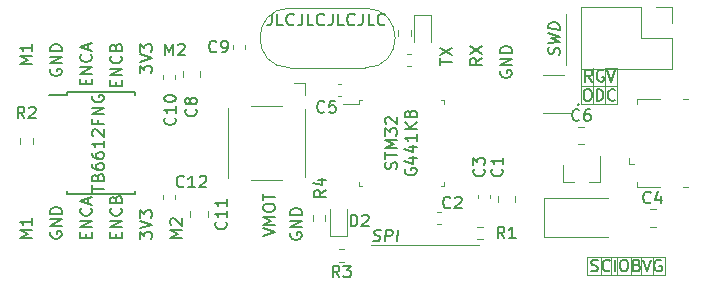
<source format=gbr>
%TF.GenerationSoftware,KiCad,Pcbnew,(5.1.9)-1*%
%TF.CreationDate,2021-05-16T17:52:49+02:00*%
%TF.ProjectId,SojournerST,536f6a6f-7572-46e6-9572-53542e6b6963,rev?*%
%TF.SameCoordinates,Original*%
%TF.FileFunction,Legend,Top*%
%TF.FilePolarity,Positive*%
%FSLAX46Y46*%
G04 Gerber Fmt 4.6, Leading zero omitted, Abs format (unit mm)*
G04 Created by KiCad (PCBNEW (5.1.9)-1) date 2021-05-16 17:52:49*
%MOMM*%
%LPD*%
G01*
G04 APERTURE LIST*
%ADD10C,0.150000*%
%ADD11C,0.120000*%
G04 APERTURE END LIST*
D10*
X145796000Y-69064142D02*
X145843619Y-69111761D01*
X145796000Y-69159380D01*
X145748380Y-69111761D01*
X145796000Y-69064142D01*
X145796000Y-69159380D01*
D11*
X152146000Y-82042000D02*
X152146000Y-83566000D01*
X151130000Y-82042000D02*
X151130000Y-83566000D01*
X150241000Y-82042000D02*
X150241000Y-83566000D01*
X149098000Y-82042000D02*
X149098000Y-83566000D01*
X148590000Y-82042000D02*
X148590000Y-83566000D01*
X147701000Y-82042000D02*
X147701000Y-83566000D01*
X146558000Y-82042000D02*
X146558000Y-83566000D01*
X153162000Y-82042000D02*
X146558000Y-82042000D01*
X153162000Y-83566000D02*
X153162000Y-82042000D01*
X146558000Y-83566000D02*
X153162000Y-83566000D01*
D10*
X146883809Y-83208761D02*
X147026666Y-83256380D01*
X147264761Y-83256380D01*
X147360000Y-83208761D01*
X147407619Y-83161142D01*
X147455238Y-83065904D01*
X147455238Y-82970666D01*
X147407619Y-82875428D01*
X147360000Y-82827809D01*
X147264761Y-82780190D01*
X147074285Y-82732571D01*
X146979047Y-82684952D01*
X146931428Y-82637333D01*
X146883809Y-82542095D01*
X146883809Y-82446857D01*
X146931428Y-82351619D01*
X146979047Y-82304000D01*
X147074285Y-82256380D01*
X147312380Y-82256380D01*
X147455238Y-82304000D01*
X148455238Y-83161142D02*
X148407619Y-83208761D01*
X148264761Y-83256380D01*
X148169523Y-83256380D01*
X148026666Y-83208761D01*
X147931428Y-83113523D01*
X147883809Y-83018285D01*
X147836190Y-82827809D01*
X147836190Y-82684952D01*
X147883809Y-82494476D01*
X147931428Y-82399238D01*
X148026666Y-82304000D01*
X148169523Y-82256380D01*
X148264761Y-82256380D01*
X148407619Y-82304000D01*
X148455238Y-82351619D01*
X148883809Y-83256380D02*
X148883809Y-82256380D01*
X149550476Y-82256380D02*
X149740952Y-82256380D01*
X149836190Y-82304000D01*
X149931428Y-82399238D01*
X149979047Y-82589714D01*
X149979047Y-82923047D01*
X149931428Y-83113523D01*
X149836190Y-83208761D01*
X149740952Y-83256380D01*
X149550476Y-83256380D01*
X149455238Y-83208761D01*
X149360000Y-83113523D01*
X149312380Y-82923047D01*
X149312380Y-82589714D01*
X149360000Y-82399238D01*
X149455238Y-82304000D01*
X149550476Y-82256380D01*
X150740952Y-82732571D02*
X150883809Y-82780190D01*
X150931428Y-82827809D01*
X150979047Y-82923047D01*
X150979047Y-83065904D01*
X150931428Y-83161142D01*
X150883809Y-83208761D01*
X150788571Y-83256380D01*
X150407619Y-83256380D01*
X150407619Y-82256380D01*
X150740952Y-82256380D01*
X150836190Y-82304000D01*
X150883809Y-82351619D01*
X150931428Y-82446857D01*
X150931428Y-82542095D01*
X150883809Y-82637333D01*
X150836190Y-82684952D01*
X150740952Y-82732571D01*
X150407619Y-82732571D01*
X151264761Y-82256380D02*
X151598095Y-83256380D01*
X151931428Y-82256380D01*
X152788571Y-82304000D02*
X152693333Y-82256380D01*
X152550476Y-82256380D01*
X152407619Y-82304000D01*
X152312380Y-82399238D01*
X152264761Y-82494476D01*
X152217142Y-82684952D01*
X152217142Y-82827809D01*
X152264761Y-83018285D01*
X152312380Y-83113523D01*
X152407619Y-83208761D01*
X152550476Y-83256380D01*
X152645714Y-83256380D01*
X152788571Y-83208761D01*
X152836190Y-83161142D01*
X152836190Y-82827809D01*
X152645714Y-82827809D01*
D11*
X146050000Y-67564000D02*
X149098000Y-67564000D01*
X147066000Y-66040000D02*
X147066000Y-69088000D01*
X148082000Y-66040000D02*
X148082000Y-69088000D01*
X149098000Y-66040000D02*
X148082000Y-66040000D01*
X149098000Y-69088000D02*
X149098000Y-66040000D01*
X146050000Y-69088000D02*
X149098000Y-69088000D01*
X145990000Y-66100000D02*
X146050000Y-69088000D01*
D10*
X146954952Y-67191380D02*
X146621619Y-66715190D01*
X146383523Y-67191380D02*
X146383523Y-66191380D01*
X146764476Y-66191380D01*
X146859714Y-66239000D01*
X146907333Y-66286619D01*
X146954952Y-66381857D01*
X146954952Y-66524714D01*
X146907333Y-66619952D01*
X146859714Y-66667571D01*
X146764476Y-66715190D01*
X146383523Y-66715190D01*
X147907333Y-66239000D02*
X147812095Y-66191380D01*
X147669238Y-66191380D01*
X147526380Y-66239000D01*
X147431142Y-66334238D01*
X147383523Y-66429476D01*
X147335904Y-66619952D01*
X147335904Y-66762809D01*
X147383523Y-66953285D01*
X147431142Y-67048523D01*
X147526380Y-67143761D01*
X147669238Y-67191380D01*
X147764476Y-67191380D01*
X147907333Y-67143761D01*
X147954952Y-67096142D01*
X147954952Y-66762809D01*
X147764476Y-66762809D01*
X148240666Y-66191380D02*
X148574000Y-67191380D01*
X148907333Y-66191380D01*
X146478761Y-67841380D02*
X146669238Y-67841380D01*
X146764476Y-67889000D01*
X146859714Y-67984238D01*
X146907333Y-68174714D01*
X146907333Y-68508047D01*
X146859714Y-68698523D01*
X146764476Y-68793761D01*
X146669238Y-68841380D01*
X146478761Y-68841380D01*
X146383523Y-68793761D01*
X146288285Y-68698523D01*
X146240666Y-68508047D01*
X146240666Y-68174714D01*
X146288285Y-67984238D01*
X146383523Y-67889000D01*
X146478761Y-67841380D01*
X147335904Y-68841380D02*
X147335904Y-67841380D01*
X147574000Y-67841380D01*
X147716857Y-67889000D01*
X147812095Y-67984238D01*
X147859714Y-68079476D01*
X147907333Y-68269952D01*
X147907333Y-68412809D01*
X147859714Y-68603285D01*
X147812095Y-68698523D01*
X147716857Y-68793761D01*
X147574000Y-68841380D01*
X147335904Y-68841380D01*
X148907333Y-68746142D02*
X148859714Y-68793761D01*
X148716857Y-68841380D01*
X148621619Y-68841380D01*
X148478761Y-68793761D01*
X148383523Y-68698523D01*
X148335904Y-68603285D01*
X148288285Y-68412809D01*
X148288285Y-68269952D01*
X148335904Y-68079476D01*
X148383523Y-67984238D01*
X148478761Y-67889000D01*
X148621619Y-67841380D01*
X148716857Y-67841380D01*
X148859714Y-67889000D01*
X148907333Y-67936619D01*
X139200000Y-66293904D02*
X139152380Y-66389142D01*
X139152380Y-66532000D01*
X139200000Y-66674857D01*
X139295238Y-66770095D01*
X139390476Y-66817714D01*
X139580952Y-66865333D01*
X139723809Y-66865333D01*
X139914285Y-66817714D01*
X140009523Y-66770095D01*
X140104761Y-66674857D01*
X140152380Y-66532000D01*
X140152380Y-66436761D01*
X140104761Y-66293904D01*
X140057142Y-66246285D01*
X139723809Y-66246285D01*
X139723809Y-66436761D01*
X140152380Y-65817714D02*
X139152380Y-65817714D01*
X140152380Y-65246285D01*
X139152380Y-65246285D01*
X140152380Y-64770095D02*
X139152380Y-64770095D01*
X139152380Y-64532000D01*
X139200000Y-64389142D01*
X139295238Y-64293904D01*
X139390476Y-64246285D01*
X139580952Y-64198666D01*
X139723809Y-64198666D01*
X139914285Y-64246285D01*
X140009523Y-64293904D01*
X140104761Y-64389142D01*
X140152380Y-64532000D01*
X140152380Y-64770095D01*
X128422157Y-80668761D02*
X128559062Y-80716380D01*
X128797157Y-80716380D01*
X128898348Y-80668761D01*
X128951919Y-80621142D01*
X129011443Y-80525904D01*
X129023348Y-80430666D01*
X128987633Y-80335428D01*
X128945967Y-80287809D01*
X128856681Y-80240190D01*
X128672157Y-80192571D01*
X128582872Y-80144952D01*
X128541205Y-80097333D01*
X128505491Y-80002095D01*
X128517395Y-79906857D01*
X128576919Y-79811619D01*
X128630491Y-79764000D01*
X128731681Y-79716380D01*
X128969776Y-79716380D01*
X129106681Y-79764000D01*
X129416205Y-80716380D02*
X129541205Y-79716380D01*
X129922157Y-79716380D01*
X130011443Y-79764000D01*
X130053110Y-79811619D01*
X130088824Y-79906857D01*
X130070967Y-80049714D01*
X130011443Y-80144952D01*
X129957872Y-80192571D01*
X129856681Y-80240190D01*
X129475729Y-80240190D01*
X130416205Y-80716380D02*
X130541205Y-79716380D01*
D11*
X137414000Y-81026000D02*
X128270000Y-81026000D01*
X144780000Y-61468000D02*
X144780000Y-65786000D01*
D10*
X144168761Y-64951175D02*
X144216380Y-64814270D01*
X144216380Y-64576175D01*
X144168761Y-64474985D01*
X144121142Y-64421413D01*
X144025904Y-64361889D01*
X143930666Y-64349985D01*
X143835428Y-64385699D01*
X143787809Y-64427366D01*
X143740190Y-64516651D01*
X143692571Y-64701175D01*
X143644952Y-64790461D01*
X143597333Y-64832127D01*
X143502095Y-64867842D01*
X143406857Y-64855937D01*
X143311619Y-64796413D01*
X143264000Y-64742842D01*
X143216380Y-64641651D01*
X143216380Y-64403556D01*
X143264000Y-64266651D01*
X143216380Y-63927366D02*
X144216380Y-63814270D01*
X143502095Y-63534508D01*
X144216380Y-63433318D01*
X143216380Y-63070223D01*
X144216380Y-62814270D02*
X143216380Y-62689270D01*
X143216380Y-62451175D01*
X143264000Y-62314270D01*
X143359238Y-62230937D01*
X143454476Y-62195223D01*
X143644952Y-62171413D01*
X143787809Y-62189270D01*
X143978285Y-62260699D01*
X144073523Y-62320223D01*
X144168761Y-62427366D01*
X144216380Y-62576175D01*
X144216380Y-62814270D01*
X130389761Y-74580476D02*
X130437380Y-74437619D01*
X130437380Y-74199523D01*
X130389761Y-74104285D01*
X130342142Y-74056666D01*
X130246904Y-74009047D01*
X130151666Y-74009047D01*
X130056428Y-74056666D01*
X130008809Y-74104285D01*
X129961190Y-74199523D01*
X129913571Y-74390000D01*
X129865952Y-74485238D01*
X129818333Y-74532857D01*
X129723095Y-74580476D01*
X129627857Y-74580476D01*
X129532619Y-74532857D01*
X129485000Y-74485238D01*
X129437380Y-74390000D01*
X129437380Y-74151904D01*
X129485000Y-74009047D01*
X129437380Y-73723333D02*
X129437380Y-73151904D01*
X130437380Y-73437619D02*
X129437380Y-73437619D01*
X130437380Y-72818571D02*
X129437380Y-72818571D01*
X130151666Y-72485238D01*
X129437380Y-72151904D01*
X130437380Y-72151904D01*
X129437380Y-71770952D02*
X129437380Y-71151904D01*
X129818333Y-71485238D01*
X129818333Y-71342380D01*
X129865952Y-71247142D01*
X129913571Y-71199523D01*
X130008809Y-71151904D01*
X130246904Y-71151904D01*
X130342142Y-71199523D01*
X130389761Y-71247142D01*
X130437380Y-71342380D01*
X130437380Y-71628095D01*
X130389761Y-71723333D01*
X130342142Y-71770952D01*
X129532619Y-70770952D02*
X129485000Y-70723333D01*
X129437380Y-70628095D01*
X129437380Y-70390000D01*
X129485000Y-70294761D01*
X129532619Y-70247142D01*
X129627857Y-70199523D01*
X129723095Y-70199523D01*
X129865952Y-70247142D01*
X130437380Y-70818571D01*
X130437380Y-70199523D01*
X131135000Y-74556666D02*
X131087380Y-74651904D01*
X131087380Y-74794761D01*
X131135000Y-74937619D01*
X131230238Y-75032857D01*
X131325476Y-75080476D01*
X131515952Y-75128095D01*
X131658809Y-75128095D01*
X131849285Y-75080476D01*
X131944523Y-75032857D01*
X132039761Y-74937619D01*
X132087380Y-74794761D01*
X132087380Y-74699523D01*
X132039761Y-74556666D01*
X131992142Y-74509047D01*
X131658809Y-74509047D01*
X131658809Y-74699523D01*
X131420714Y-73651904D02*
X132087380Y-73651904D01*
X131039761Y-73890000D02*
X131754047Y-74128095D01*
X131754047Y-73509047D01*
X131420714Y-72699523D02*
X132087380Y-72699523D01*
X131039761Y-72937619D02*
X131754047Y-73175714D01*
X131754047Y-72556666D01*
X132087380Y-71651904D02*
X132087380Y-72223333D01*
X132087380Y-71937619D02*
X131087380Y-71937619D01*
X131230238Y-72032857D01*
X131325476Y-72128095D01*
X131373095Y-72223333D01*
X132087380Y-71223333D02*
X131087380Y-71223333D01*
X132087380Y-70651904D02*
X131515952Y-71080476D01*
X131087380Y-70651904D02*
X131658809Y-71223333D01*
X131563571Y-69890000D02*
X131611190Y-69747142D01*
X131658809Y-69699523D01*
X131754047Y-69651904D01*
X131896904Y-69651904D01*
X131992142Y-69699523D01*
X132039761Y-69747142D01*
X132087380Y-69842380D01*
X132087380Y-70223333D01*
X131087380Y-70223333D01*
X131087380Y-69890000D01*
X131135000Y-69794761D01*
X131182619Y-69747142D01*
X131277857Y-69699523D01*
X131373095Y-69699523D01*
X131468333Y-69747142D01*
X131515952Y-69794761D01*
X131563571Y-69890000D01*
X131563571Y-70223333D01*
X104608380Y-76532857D02*
X104608380Y-75961428D01*
X105608380Y-76247142D02*
X104608380Y-76247142D01*
X105084571Y-75294761D02*
X105132190Y-75151904D01*
X105179809Y-75104285D01*
X105275047Y-75056666D01*
X105417904Y-75056666D01*
X105513142Y-75104285D01*
X105560761Y-75151904D01*
X105608380Y-75247142D01*
X105608380Y-75628095D01*
X104608380Y-75628095D01*
X104608380Y-75294761D01*
X104656000Y-75199523D01*
X104703619Y-75151904D01*
X104798857Y-75104285D01*
X104894095Y-75104285D01*
X104989333Y-75151904D01*
X105036952Y-75199523D01*
X105084571Y-75294761D01*
X105084571Y-75628095D01*
X104608380Y-74199523D02*
X104608380Y-74390000D01*
X104656000Y-74485238D01*
X104703619Y-74532857D01*
X104846476Y-74628095D01*
X105036952Y-74675714D01*
X105417904Y-74675714D01*
X105513142Y-74628095D01*
X105560761Y-74580476D01*
X105608380Y-74485238D01*
X105608380Y-74294761D01*
X105560761Y-74199523D01*
X105513142Y-74151904D01*
X105417904Y-74104285D01*
X105179809Y-74104285D01*
X105084571Y-74151904D01*
X105036952Y-74199523D01*
X104989333Y-74294761D01*
X104989333Y-74485238D01*
X105036952Y-74580476D01*
X105084571Y-74628095D01*
X105179809Y-74675714D01*
X104608380Y-73247142D02*
X104608380Y-73437619D01*
X104656000Y-73532857D01*
X104703619Y-73580476D01*
X104846476Y-73675714D01*
X105036952Y-73723333D01*
X105417904Y-73723333D01*
X105513142Y-73675714D01*
X105560761Y-73628095D01*
X105608380Y-73532857D01*
X105608380Y-73342380D01*
X105560761Y-73247142D01*
X105513142Y-73199523D01*
X105417904Y-73151904D01*
X105179809Y-73151904D01*
X105084571Y-73199523D01*
X105036952Y-73247142D01*
X104989333Y-73342380D01*
X104989333Y-73532857D01*
X105036952Y-73628095D01*
X105084571Y-73675714D01*
X105179809Y-73723333D01*
X105608380Y-72199523D02*
X105608380Y-72770952D01*
X105608380Y-72485238D02*
X104608380Y-72485238D01*
X104751238Y-72580476D01*
X104846476Y-72675714D01*
X104894095Y-72770952D01*
X104703619Y-71818571D02*
X104656000Y-71770952D01*
X104608380Y-71675714D01*
X104608380Y-71437619D01*
X104656000Y-71342380D01*
X104703619Y-71294761D01*
X104798857Y-71247142D01*
X104894095Y-71247142D01*
X105036952Y-71294761D01*
X105608380Y-71866190D01*
X105608380Y-71247142D01*
X105084571Y-70485238D02*
X105084571Y-70818571D01*
X105608380Y-70818571D02*
X104608380Y-70818571D01*
X104608380Y-70342380D01*
X105608380Y-69961428D02*
X104608380Y-69961428D01*
X105608380Y-69390000D01*
X104608380Y-69390000D01*
X104656000Y-68390000D02*
X104608380Y-68485238D01*
X104608380Y-68628095D01*
X104656000Y-68770952D01*
X104751238Y-68866190D01*
X104846476Y-68913809D01*
X105036952Y-68961428D01*
X105179809Y-68961428D01*
X105370285Y-68913809D01*
X105465523Y-68866190D01*
X105560761Y-68770952D01*
X105608380Y-68628095D01*
X105608380Y-68532857D01*
X105560761Y-68390000D01*
X105513142Y-68342380D01*
X105179809Y-68342380D01*
X105179809Y-68532857D01*
X137612380Y-65190666D02*
X137136190Y-65524000D01*
X137612380Y-65762095D02*
X136612380Y-65762095D01*
X136612380Y-65381142D01*
X136660000Y-65285904D01*
X136707619Y-65238285D01*
X136802857Y-65190666D01*
X136945714Y-65190666D01*
X137040952Y-65238285D01*
X137088571Y-65285904D01*
X137136190Y-65381142D01*
X137136190Y-65762095D01*
X136612380Y-64857333D02*
X137612380Y-64190666D01*
X136612380Y-64190666D02*
X137612380Y-64857333D01*
X134072380Y-65785904D02*
X134072380Y-65214476D01*
X135072380Y-65500190D02*
X134072380Y-65500190D01*
X134072380Y-64976380D02*
X135072380Y-64309714D01*
X134072380Y-64309714D02*
X135072380Y-64976380D01*
X101100000Y-66137214D02*
X101052380Y-66232452D01*
X101052380Y-66375309D01*
X101100000Y-66518166D01*
X101195238Y-66613404D01*
X101290476Y-66661023D01*
X101480952Y-66708642D01*
X101623809Y-66708642D01*
X101814285Y-66661023D01*
X101909523Y-66613404D01*
X102004761Y-66518166D01*
X102052380Y-66375309D01*
X102052380Y-66280071D01*
X102004761Y-66137214D01*
X101957142Y-66089595D01*
X101623809Y-66089595D01*
X101623809Y-66280071D01*
X102052380Y-65661023D02*
X101052380Y-65661023D01*
X102052380Y-65089595D01*
X101052380Y-65089595D01*
X102052380Y-64613404D02*
X101052380Y-64613404D01*
X101052380Y-64375309D01*
X101100000Y-64232452D01*
X101195238Y-64137214D01*
X101290476Y-64089595D01*
X101480952Y-64041976D01*
X101623809Y-64041976D01*
X101814285Y-64089595D01*
X101909523Y-64137214D01*
X102004761Y-64232452D01*
X102052380Y-64375309D01*
X102052380Y-64613404D01*
X110821357Y-64968380D02*
X110821357Y-63968380D01*
X111154690Y-64682666D01*
X111488023Y-63968380D01*
X111488023Y-64968380D01*
X111916595Y-64063619D02*
X111964214Y-64016000D01*
X112059452Y-63968380D01*
X112297547Y-63968380D01*
X112392785Y-64016000D01*
X112440404Y-64063619D01*
X112488023Y-64158857D01*
X112488023Y-64254095D01*
X112440404Y-64396952D01*
X111868976Y-64968380D01*
X112488023Y-64968380D01*
X99512380Y-65708642D02*
X98512380Y-65708642D01*
X99226666Y-65375309D01*
X98512380Y-65041976D01*
X99512380Y-65041976D01*
X99512380Y-64041976D02*
X99512380Y-64613404D01*
X99512380Y-64327690D02*
X98512380Y-64327690D01*
X98655238Y-64422928D01*
X98750476Y-64518166D01*
X98798095Y-64613404D01*
X104068571Y-67422928D02*
X104068571Y-67089595D01*
X104592380Y-66946738D02*
X104592380Y-67422928D01*
X103592380Y-67422928D01*
X103592380Y-66946738D01*
X104592380Y-66518166D02*
X103592380Y-66518166D01*
X104592380Y-65946738D01*
X103592380Y-65946738D01*
X104497142Y-64899119D02*
X104544761Y-64946738D01*
X104592380Y-65089595D01*
X104592380Y-65184833D01*
X104544761Y-65327690D01*
X104449523Y-65422928D01*
X104354285Y-65470547D01*
X104163809Y-65518166D01*
X104020952Y-65518166D01*
X103830476Y-65470547D01*
X103735238Y-65422928D01*
X103640000Y-65327690D01*
X103592380Y-65184833D01*
X103592380Y-65089595D01*
X103640000Y-64946738D01*
X103687619Y-64899119D01*
X104306666Y-64518166D02*
X104306666Y-64041976D01*
X104592380Y-64613404D02*
X103592380Y-64280071D01*
X104592380Y-63946738D01*
X108672380Y-66470547D02*
X108672380Y-65851500D01*
X109053333Y-66184833D01*
X109053333Y-66041976D01*
X109100952Y-65946738D01*
X109148571Y-65899119D01*
X109243809Y-65851500D01*
X109481904Y-65851500D01*
X109577142Y-65899119D01*
X109624761Y-65946738D01*
X109672380Y-66041976D01*
X109672380Y-66327690D01*
X109624761Y-66422928D01*
X109577142Y-66470547D01*
X108672380Y-65565785D02*
X109672380Y-65232452D01*
X108672380Y-64899119D01*
X108672380Y-64661023D02*
X108672380Y-64041976D01*
X109053333Y-64375309D01*
X109053333Y-64232452D01*
X109100952Y-64137214D01*
X109148571Y-64089595D01*
X109243809Y-64041976D01*
X109481904Y-64041976D01*
X109577142Y-64089595D01*
X109624761Y-64137214D01*
X109672380Y-64232452D01*
X109672380Y-64518166D01*
X109624761Y-64613404D01*
X109577142Y-64661023D01*
X106608571Y-67565785D02*
X106608571Y-67232452D01*
X107132380Y-67089595D02*
X107132380Y-67565785D01*
X106132380Y-67565785D01*
X106132380Y-67089595D01*
X107132380Y-66661023D02*
X106132380Y-66661023D01*
X107132380Y-66089595D01*
X106132380Y-66089595D01*
X107037142Y-65041976D02*
X107084761Y-65089595D01*
X107132380Y-65232452D01*
X107132380Y-65327690D01*
X107084761Y-65470547D01*
X106989523Y-65565785D01*
X106894285Y-65613404D01*
X106703809Y-65661023D01*
X106560952Y-65661023D01*
X106370476Y-65613404D01*
X106275238Y-65565785D01*
X106180000Y-65470547D01*
X106132380Y-65327690D01*
X106132380Y-65232452D01*
X106180000Y-65089595D01*
X106227619Y-65041976D01*
X106608571Y-64280071D02*
X106656190Y-64137214D01*
X106703809Y-64089595D01*
X106799047Y-64041976D01*
X106941904Y-64041976D01*
X107037142Y-64089595D01*
X107084761Y-64137214D01*
X107132380Y-64232452D01*
X107132380Y-64613404D01*
X106132380Y-64613404D01*
X106132380Y-64280071D01*
X106180000Y-64184833D01*
X106227619Y-64137214D01*
X106322857Y-64089595D01*
X106418095Y-64089595D01*
X106513333Y-64137214D01*
X106560952Y-64184833D01*
X106608571Y-64280071D01*
X106608571Y-64613404D01*
X112212380Y-80436404D02*
X111212380Y-80436404D01*
X111926666Y-80103071D01*
X111212380Y-79769738D01*
X112212380Y-79769738D01*
X111307619Y-79341166D02*
X111260000Y-79293547D01*
X111212380Y-79198309D01*
X111212380Y-78960214D01*
X111260000Y-78864976D01*
X111307619Y-78817357D01*
X111402857Y-78769738D01*
X111498095Y-78769738D01*
X111640952Y-78817357D01*
X112212380Y-79388785D01*
X112212380Y-78769738D01*
X108672380Y-80531642D02*
X108672380Y-79912595D01*
X109053333Y-80245928D01*
X109053333Y-80103071D01*
X109100952Y-80007833D01*
X109148571Y-79960214D01*
X109243809Y-79912595D01*
X109481904Y-79912595D01*
X109577142Y-79960214D01*
X109624761Y-80007833D01*
X109672380Y-80103071D01*
X109672380Y-80388785D01*
X109624761Y-80484023D01*
X109577142Y-80531642D01*
X108672380Y-79626880D02*
X109672380Y-79293547D01*
X108672380Y-78960214D01*
X108672380Y-78722119D02*
X108672380Y-78103071D01*
X109053333Y-78436404D01*
X109053333Y-78293547D01*
X109100952Y-78198309D01*
X109148571Y-78150690D01*
X109243809Y-78103071D01*
X109481904Y-78103071D01*
X109577142Y-78150690D01*
X109624761Y-78198309D01*
X109672380Y-78293547D01*
X109672380Y-78579261D01*
X109624761Y-78674500D01*
X109577142Y-78722119D01*
X106608571Y-80436404D02*
X106608571Y-80103071D01*
X107132380Y-79960214D02*
X107132380Y-80436404D01*
X106132380Y-80436404D01*
X106132380Y-79960214D01*
X107132380Y-79531642D02*
X106132380Y-79531642D01*
X107132380Y-78960214D01*
X106132380Y-78960214D01*
X107037142Y-77912595D02*
X107084761Y-77960214D01*
X107132380Y-78103071D01*
X107132380Y-78198309D01*
X107084761Y-78341166D01*
X106989523Y-78436404D01*
X106894285Y-78484023D01*
X106703809Y-78531642D01*
X106560952Y-78531642D01*
X106370476Y-78484023D01*
X106275238Y-78436404D01*
X106180000Y-78341166D01*
X106132380Y-78198309D01*
X106132380Y-78103071D01*
X106180000Y-77960214D01*
X106227619Y-77912595D01*
X106608571Y-77150690D02*
X106656190Y-77007833D01*
X106703809Y-76960214D01*
X106799047Y-76912595D01*
X106941904Y-76912595D01*
X107037142Y-76960214D01*
X107084761Y-77007833D01*
X107132380Y-77103071D01*
X107132380Y-77484023D01*
X106132380Y-77484023D01*
X106132380Y-77150690D01*
X106180000Y-77055452D01*
X106227619Y-77007833D01*
X106322857Y-76960214D01*
X106418095Y-76960214D01*
X106513333Y-77007833D01*
X106560952Y-77055452D01*
X106608571Y-77150690D01*
X106608571Y-77484023D01*
X104068571Y-80436404D02*
X104068571Y-80103071D01*
X104592380Y-79960214D02*
X104592380Y-80436404D01*
X103592380Y-80436404D01*
X103592380Y-79960214D01*
X104592380Y-79531642D02*
X103592380Y-79531642D01*
X104592380Y-78960214D01*
X103592380Y-78960214D01*
X104497142Y-77912595D02*
X104544761Y-77960214D01*
X104592380Y-78103071D01*
X104592380Y-78198309D01*
X104544761Y-78341166D01*
X104449523Y-78436404D01*
X104354285Y-78484023D01*
X104163809Y-78531642D01*
X104020952Y-78531642D01*
X103830476Y-78484023D01*
X103735238Y-78436404D01*
X103640000Y-78341166D01*
X103592380Y-78198309D01*
X103592380Y-78103071D01*
X103640000Y-77960214D01*
X103687619Y-77912595D01*
X104306666Y-77531642D02*
X104306666Y-77055452D01*
X104592380Y-77626880D02*
X103592380Y-77293547D01*
X104592380Y-76960214D01*
X101100000Y-79912595D02*
X101052380Y-80007833D01*
X101052380Y-80150690D01*
X101100000Y-80293547D01*
X101195238Y-80388785D01*
X101290476Y-80436404D01*
X101480952Y-80484023D01*
X101623809Y-80484023D01*
X101814285Y-80436404D01*
X101909523Y-80388785D01*
X102004761Y-80293547D01*
X102052380Y-80150690D01*
X102052380Y-80055452D01*
X102004761Y-79912595D01*
X101957142Y-79864976D01*
X101623809Y-79864976D01*
X101623809Y-80055452D01*
X102052380Y-79436404D02*
X101052380Y-79436404D01*
X102052380Y-78864976D01*
X101052380Y-78864976D01*
X102052380Y-78388785D02*
X101052380Y-78388785D01*
X101052380Y-78150690D01*
X101100000Y-78007833D01*
X101195238Y-77912595D01*
X101290476Y-77864976D01*
X101480952Y-77817357D01*
X101623809Y-77817357D01*
X101814285Y-77864976D01*
X101909523Y-77912595D01*
X102004761Y-78007833D01*
X102052380Y-78150690D01*
X102052380Y-78388785D01*
X99512380Y-80436404D02*
X98512380Y-80436404D01*
X99226666Y-80103071D01*
X98512380Y-79769738D01*
X99512380Y-79769738D01*
X99512380Y-78769738D02*
X99512380Y-79341166D01*
X99512380Y-79055452D02*
X98512380Y-79055452D01*
X98655238Y-79150690D01*
X98750476Y-79245928D01*
X98798095Y-79341166D01*
X121420000Y-80009904D02*
X121372380Y-80105142D01*
X121372380Y-80248000D01*
X121420000Y-80390857D01*
X121515238Y-80486095D01*
X121610476Y-80533714D01*
X121800952Y-80581333D01*
X121943809Y-80581333D01*
X122134285Y-80533714D01*
X122229523Y-80486095D01*
X122324761Y-80390857D01*
X122372380Y-80248000D01*
X122372380Y-80152761D01*
X122324761Y-80009904D01*
X122277142Y-79962285D01*
X121943809Y-79962285D01*
X121943809Y-80152761D01*
X122372380Y-79533714D02*
X121372380Y-79533714D01*
X122372380Y-78962285D01*
X121372380Y-78962285D01*
X122372380Y-78486095D02*
X121372380Y-78486095D01*
X121372380Y-78248000D01*
X121420000Y-78105142D01*
X121515238Y-78009904D01*
X121610476Y-77962285D01*
X121800952Y-77914666D01*
X121943809Y-77914666D01*
X122134285Y-77962285D01*
X122229523Y-78009904D01*
X122324761Y-78105142D01*
X122372380Y-78248000D01*
X122372380Y-78486095D01*
X119086380Y-80295523D02*
X120086380Y-79962190D01*
X119086380Y-79628857D01*
X120086380Y-79295523D02*
X119086380Y-79295523D01*
X119800666Y-78962190D01*
X119086380Y-78628857D01*
X120086380Y-78628857D01*
X119086380Y-77962190D02*
X119086380Y-77771714D01*
X119134000Y-77676476D01*
X119229238Y-77581238D01*
X119419714Y-77533619D01*
X119753047Y-77533619D01*
X119943523Y-77581238D01*
X120038761Y-77676476D01*
X120086380Y-77771714D01*
X120086380Y-77962190D01*
X120038761Y-78057428D01*
X119943523Y-78152666D01*
X119753047Y-78200285D01*
X119419714Y-78200285D01*
X119229238Y-78152666D01*
X119134000Y-78057428D01*
X119086380Y-77962190D01*
X119086380Y-77247904D02*
X119086380Y-76676476D01*
X120086380Y-76962190D02*
X119086380Y-76962190D01*
X119840952Y-61428380D02*
X119840952Y-62142666D01*
X119793333Y-62285523D01*
X119698095Y-62380761D01*
X119555238Y-62428380D01*
X119460000Y-62428380D01*
X120793333Y-62428380D02*
X120317142Y-62428380D01*
X120317142Y-61428380D01*
X121698095Y-62333142D02*
X121650476Y-62380761D01*
X121507619Y-62428380D01*
X121412380Y-62428380D01*
X121269523Y-62380761D01*
X121174285Y-62285523D01*
X121126666Y-62190285D01*
X121079047Y-61999809D01*
X121079047Y-61856952D01*
X121126666Y-61666476D01*
X121174285Y-61571238D01*
X121269523Y-61476000D01*
X121412380Y-61428380D01*
X121507619Y-61428380D01*
X121650476Y-61476000D01*
X121698095Y-61523619D01*
X122412380Y-61428380D02*
X122412380Y-62142666D01*
X122364761Y-62285523D01*
X122269523Y-62380761D01*
X122126666Y-62428380D01*
X122031428Y-62428380D01*
X123364761Y-62428380D02*
X122888571Y-62428380D01*
X122888571Y-61428380D01*
X124269523Y-62333142D02*
X124221904Y-62380761D01*
X124079047Y-62428380D01*
X123983809Y-62428380D01*
X123840952Y-62380761D01*
X123745714Y-62285523D01*
X123698095Y-62190285D01*
X123650476Y-61999809D01*
X123650476Y-61856952D01*
X123698095Y-61666476D01*
X123745714Y-61571238D01*
X123840952Y-61476000D01*
X123983809Y-61428380D01*
X124079047Y-61428380D01*
X124221904Y-61476000D01*
X124269523Y-61523619D01*
X124983809Y-61428380D02*
X124983809Y-62142666D01*
X124936190Y-62285523D01*
X124840952Y-62380761D01*
X124698095Y-62428380D01*
X124602857Y-62428380D01*
X125936190Y-62428380D02*
X125460000Y-62428380D01*
X125460000Y-61428380D01*
X126840952Y-62333142D02*
X126793333Y-62380761D01*
X126650476Y-62428380D01*
X126555238Y-62428380D01*
X126412380Y-62380761D01*
X126317142Y-62285523D01*
X126269523Y-62190285D01*
X126221904Y-61999809D01*
X126221904Y-61856952D01*
X126269523Y-61666476D01*
X126317142Y-61571238D01*
X126412380Y-61476000D01*
X126555238Y-61428380D01*
X126650476Y-61428380D01*
X126793333Y-61476000D01*
X126840952Y-61523619D01*
X127555238Y-61428380D02*
X127555238Y-62142666D01*
X127507619Y-62285523D01*
X127412380Y-62380761D01*
X127269523Y-62428380D01*
X127174285Y-62428380D01*
X128507619Y-62428380D02*
X128031428Y-62428380D01*
X128031428Y-61428380D01*
X129412380Y-62333142D02*
X129364761Y-62380761D01*
X129221904Y-62428380D01*
X129126666Y-62428380D01*
X128983809Y-62380761D01*
X128888571Y-62285523D01*
X128840952Y-62190285D01*
X128793333Y-61999809D01*
X128793333Y-61856952D01*
X128840952Y-61666476D01*
X128888571Y-61571238D01*
X128983809Y-61476000D01*
X129126666Y-61428380D01*
X129221904Y-61428380D01*
X129364761Y-61476000D01*
X129412380Y-61523619D01*
D11*
%TO.C,SW1*%
X122680000Y-67290000D02*
X122680000Y-68290000D01*
X121680000Y-67290000D02*
X122680000Y-67290000D01*
X120680000Y-69290000D02*
X118080000Y-69290000D01*
X120680000Y-75490000D02*
X118080000Y-75490000D01*
X116130000Y-75390000D02*
X116130000Y-69390000D01*
X122630000Y-75290000D02*
X122630000Y-69490000D01*
%TO.C,R5*%
X131586500Y-63292258D02*
X131586500Y-62817742D01*
X130541500Y-63292258D02*
X130541500Y-62817742D01*
%TO.C,R3*%
X125492742Y-82437500D02*
X125967258Y-82437500D01*
X125492742Y-81392500D02*
X125967258Y-81392500D01*
%TO.C,D3*%
X131853000Y-61570000D02*
X131853000Y-63855000D01*
X133323000Y-61570000D02*
X131853000Y-61570000D01*
X133323000Y-63855000D02*
X133323000Y-61570000D01*
%TO.C,Y1*%
X127760000Y-60975000D02*
X121360000Y-60975000D01*
X127760000Y-66025000D02*
X121360000Y-66025000D01*
X121360000Y-60975000D02*
G75*
G03*
X121360000Y-66025000I0J-2525000D01*
G01*
X127760000Y-60975000D02*
G75*
G02*
X127760000Y-66025000I0J-2525000D01*
G01*
%TO.C,U4*%
X142780000Y-69870000D02*
X145230000Y-69870000D01*
X144580000Y-66650000D02*
X142780000Y-66650000D01*
D10*
%TO.C,U3*%
X102535000Y-68290000D02*
X100935000Y-68290000D01*
X102535000Y-76715000D02*
X108285000Y-76715000D01*
X102535000Y-68065000D02*
X108285000Y-68065000D01*
X102535000Y-76715000D02*
X102535000Y-76415000D01*
X108285000Y-76715000D02*
X108285000Y-76415000D01*
X108285000Y-68065000D02*
X108285000Y-68365000D01*
X102535000Y-68065000D02*
X102535000Y-68290000D01*
D11*
%TO.C,U2*%
X144470000Y-75690000D02*
X144470000Y-74230000D01*
X147630000Y-75690000D02*
X147630000Y-73530000D01*
X147630000Y-75690000D02*
X146700000Y-75690000D01*
X144470000Y-75690000D02*
X145400000Y-75690000D01*
%TO.C,U1*%
X127200000Y-69080000D02*
X125885000Y-69080000D01*
X127200000Y-68780000D02*
X127200000Y-69080000D01*
X127500000Y-68780000D02*
X127200000Y-68780000D01*
X134420000Y-68780000D02*
X134420000Y-69080000D01*
X134120000Y-68780000D02*
X134420000Y-68780000D01*
X127200000Y-76000000D02*
X127200000Y-75700000D01*
X127500000Y-76000000D02*
X127200000Y-76000000D01*
X134420000Y-76000000D02*
X134420000Y-75700000D01*
X134120000Y-76000000D02*
X134420000Y-76000000D01*
%TO.C,R1*%
X137239742Y-80532500D02*
X137714258Y-80532500D01*
X137239742Y-79487500D02*
X137714258Y-79487500D01*
%TO.C,R4*%
X123302500Y-78528242D02*
X123302500Y-79002758D01*
X124347500Y-78528242D02*
X124347500Y-79002758D01*
%TO.C,R2*%
X99582500Y-72437258D02*
X99582500Y-71962742D01*
X98537500Y-72437258D02*
X98537500Y-71962742D01*
%TO.C,J4*%
X153730000Y-60900000D02*
X153730000Y-62230000D01*
X152400000Y-60900000D02*
X153730000Y-60900000D01*
X153730000Y-63500000D02*
X153730000Y-66100000D01*
X151130000Y-63500000D02*
X153730000Y-63500000D01*
X151130000Y-60900000D02*
X151130000Y-63500000D01*
X153730000Y-66100000D02*
X145990000Y-66100000D01*
X151130000Y-60900000D02*
X145990000Y-60900000D01*
X145990000Y-60900000D02*
X145990000Y-66100000D01*
%TO.C,J1*%
X152720000Y-68630000D02*
X150740000Y-68630000D01*
X150740000Y-68630000D02*
X150740000Y-69050000D01*
X154690000Y-68630000D02*
X155090000Y-68630000D01*
X155090000Y-76150000D02*
X154690000Y-76150000D01*
X152720000Y-76150000D02*
X150740000Y-76150000D01*
X150740000Y-76150000D02*
X150740000Y-75730000D01*
X150060000Y-73700000D02*
X150060000Y-74150000D01*
X150510000Y-74150000D02*
X150060000Y-74150000D01*
%TO.C,D2*%
X126211000Y-80250500D02*
X126211000Y-77965500D01*
X124741000Y-80250500D02*
X126211000Y-80250500D01*
X124741000Y-77965500D02*
X124741000Y-80250500D01*
%TO.C,D1*%
X142872000Y-77090000D02*
X148272000Y-77090000D01*
X142872000Y-80390000D02*
X148272000Y-80390000D01*
X142872000Y-77090000D02*
X142872000Y-80390000D01*
%TO.C,C9*%
X116584000Y-64121420D02*
X116584000Y-64402580D01*
X117604000Y-64121420D02*
X117604000Y-64402580D01*
%TO.C,C7*%
X131304420Y-65915000D02*
X131585580Y-65915000D01*
X131304420Y-64895000D02*
X131585580Y-64895000D01*
%TO.C,C12*%
X110615000Y-76834420D02*
X110615000Y-77115580D01*
X111635000Y-76834420D02*
X111635000Y-77115580D01*
%TO.C,C11*%
X112930000Y-78163748D02*
X112930000Y-78686252D01*
X114400000Y-78163748D02*
X114400000Y-78686252D01*
%TO.C,C10*%
X111635000Y-66942580D02*
X111635000Y-66661420D01*
X110615000Y-66942580D02*
X110615000Y-66661420D01*
%TO.C,C8*%
X113765000Y-66838252D02*
X113765000Y-66315748D01*
X112295000Y-66838252D02*
X112295000Y-66315748D01*
%TO.C,C5*%
X125730580Y-67435000D02*
X125449420Y-67435000D01*
X125730580Y-68455000D02*
X125449420Y-68455000D01*
%TO.C,C3*%
X137285000Y-76784420D02*
X137285000Y-77065580D01*
X138305000Y-76784420D02*
X138305000Y-77065580D01*
%TO.C,C2*%
X133844420Y-79250000D02*
X134125580Y-79250000D01*
X133844420Y-78230000D02*
X134125580Y-78230000D01*
%TO.C,C1*%
X138965000Y-76888748D02*
X138965000Y-77411252D01*
X140435000Y-76888748D02*
X140435000Y-77411252D01*
%TO.C,C6*%
X145788748Y-72490000D02*
X146311252Y-72490000D01*
X145788748Y-71020000D02*
X146311252Y-71020000D01*
%TO.C,C4*%
X151818748Y-79475000D02*
X152341252Y-79475000D01*
X151818748Y-78005000D02*
X152341252Y-78005000D01*
%TO.C,R3*%
D10*
X125563333Y-83764380D02*
X125230000Y-83288190D01*
X124991904Y-83764380D02*
X124991904Y-82764380D01*
X125372857Y-82764380D01*
X125468095Y-82812000D01*
X125515714Y-82859619D01*
X125563333Y-82954857D01*
X125563333Y-83097714D01*
X125515714Y-83192952D01*
X125468095Y-83240571D01*
X125372857Y-83288190D01*
X124991904Y-83288190D01*
X125896666Y-82764380D02*
X126515714Y-82764380D01*
X126182380Y-83145333D01*
X126325238Y-83145333D01*
X126420476Y-83192952D01*
X126468095Y-83240571D01*
X126515714Y-83335809D01*
X126515714Y-83573904D01*
X126468095Y-83669142D01*
X126420476Y-83716761D01*
X126325238Y-83764380D01*
X126039523Y-83764380D01*
X125944285Y-83716761D01*
X125896666Y-83669142D01*
%TO.C,R1*%
X139533333Y-80462380D02*
X139200000Y-79986190D01*
X138961904Y-80462380D02*
X138961904Y-79462380D01*
X139342857Y-79462380D01*
X139438095Y-79510000D01*
X139485714Y-79557619D01*
X139533333Y-79652857D01*
X139533333Y-79795714D01*
X139485714Y-79890952D01*
X139438095Y-79938571D01*
X139342857Y-79986190D01*
X138961904Y-79986190D01*
X140485714Y-80462380D02*
X139914285Y-80462380D01*
X140200000Y-80462380D02*
X140200000Y-79462380D01*
X140104761Y-79605238D01*
X140009523Y-79700476D01*
X139914285Y-79748095D01*
%TO.C,R4*%
X124404380Y-76366666D02*
X123928190Y-76700000D01*
X124404380Y-76938095D02*
X123404380Y-76938095D01*
X123404380Y-76557142D01*
X123452000Y-76461904D01*
X123499619Y-76414285D01*
X123594857Y-76366666D01*
X123737714Y-76366666D01*
X123832952Y-76414285D01*
X123880571Y-76461904D01*
X123928190Y-76557142D01*
X123928190Y-76938095D01*
X123737714Y-75509523D02*
X124404380Y-75509523D01*
X123356761Y-75747619D02*
X124071047Y-75985714D01*
X124071047Y-75366666D01*
%TO.C,R2*%
X98893333Y-70302380D02*
X98560000Y-69826190D01*
X98321904Y-70302380D02*
X98321904Y-69302380D01*
X98702857Y-69302380D01*
X98798095Y-69350000D01*
X98845714Y-69397619D01*
X98893333Y-69492857D01*
X98893333Y-69635714D01*
X98845714Y-69730952D01*
X98798095Y-69778571D01*
X98702857Y-69826190D01*
X98321904Y-69826190D01*
X99274285Y-69397619D02*
X99321904Y-69350000D01*
X99417142Y-69302380D01*
X99655238Y-69302380D01*
X99750476Y-69350000D01*
X99798095Y-69397619D01*
X99845714Y-69492857D01*
X99845714Y-69588095D01*
X99798095Y-69730952D01*
X99226666Y-70302380D01*
X99845714Y-70302380D01*
%TO.C,D2*%
X126515904Y-79446380D02*
X126515904Y-78446380D01*
X126754000Y-78446380D01*
X126896857Y-78494000D01*
X126992095Y-78589238D01*
X127039714Y-78684476D01*
X127087333Y-78874952D01*
X127087333Y-79017809D01*
X127039714Y-79208285D01*
X126992095Y-79303523D01*
X126896857Y-79398761D01*
X126754000Y-79446380D01*
X126515904Y-79446380D01*
X127468285Y-78541619D02*
X127515904Y-78494000D01*
X127611142Y-78446380D01*
X127849238Y-78446380D01*
X127944476Y-78494000D01*
X127992095Y-78541619D01*
X128039714Y-78636857D01*
X128039714Y-78732095D01*
X127992095Y-78874952D01*
X127420666Y-79446380D01*
X128039714Y-79446380D01*
%TO.C,C9*%
X115149333Y-64619142D02*
X115101714Y-64666761D01*
X114958857Y-64714380D01*
X114863619Y-64714380D01*
X114720761Y-64666761D01*
X114625523Y-64571523D01*
X114577904Y-64476285D01*
X114530285Y-64285809D01*
X114530285Y-64142952D01*
X114577904Y-63952476D01*
X114625523Y-63857238D01*
X114720761Y-63762000D01*
X114863619Y-63714380D01*
X114958857Y-63714380D01*
X115101714Y-63762000D01*
X115149333Y-63809619D01*
X115625523Y-64714380D02*
X115816000Y-64714380D01*
X115911238Y-64666761D01*
X115958857Y-64619142D01*
X116054095Y-64476285D01*
X116101714Y-64285809D01*
X116101714Y-63904857D01*
X116054095Y-63809619D01*
X116006476Y-63762000D01*
X115911238Y-63714380D01*
X115720761Y-63714380D01*
X115625523Y-63762000D01*
X115577904Y-63809619D01*
X115530285Y-63904857D01*
X115530285Y-64142952D01*
X115577904Y-64238190D01*
X115625523Y-64285809D01*
X115720761Y-64333428D01*
X115911238Y-64333428D01*
X116006476Y-64285809D01*
X116054095Y-64238190D01*
X116101714Y-64142952D01*
%TO.C,C12*%
X112387142Y-76049142D02*
X112339523Y-76096761D01*
X112196666Y-76144380D01*
X112101428Y-76144380D01*
X111958571Y-76096761D01*
X111863333Y-76001523D01*
X111815714Y-75906285D01*
X111768095Y-75715809D01*
X111768095Y-75572952D01*
X111815714Y-75382476D01*
X111863333Y-75287238D01*
X111958571Y-75192000D01*
X112101428Y-75144380D01*
X112196666Y-75144380D01*
X112339523Y-75192000D01*
X112387142Y-75239619D01*
X113339523Y-76144380D02*
X112768095Y-76144380D01*
X113053809Y-76144380D02*
X113053809Y-75144380D01*
X112958571Y-75287238D01*
X112863333Y-75382476D01*
X112768095Y-75430095D01*
X113720476Y-75239619D02*
X113768095Y-75192000D01*
X113863333Y-75144380D01*
X114101428Y-75144380D01*
X114196666Y-75192000D01*
X114244285Y-75239619D01*
X114291904Y-75334857D01*
X114291904Y-75430095D01*
X114244285Y-75572952D01*
X113672857Y-76144380D01*
X114291904Y-76144380D01*
%TO.C,C11*%
X115927142Y-79067857D02*
X115974761Y-79115476D01*
X116022380Y-79258333D01*
X116022380Y-79353571D01*
X115974761Y-79496428D01*
X115879523Y-79591666D01*
X115784285Y-79639285D01*
X115593809Y-79686904D01*
X115450952Y-79686904D01*
X115260476Y-79639285D01*
X115165238Y-79591666D01*
X115070000Y-79496428D01*
X115022380Y-79353571D01*
X115022380Y-79258333D01*
X115070000Y-79115476D01*
X115117619Y-79067857D01*
X116022380Y-78115476D02*
X116022380Y-78686904D01*
X116022380Y-78401190D02*
X115022380Y-78401190D01*
X115165238Y-78496428D01*
X115260476Y-78591666D01*
X115308095Y-78686904D01*
X116022380Y-77163095D02*
X116022380Y-77734523D01*
X116022380Y-77448809D02*
X115022380Y-77448809D01*
X115165238Y-77544047D01*
X115260476Y-77639285D01*
X115308095Y-77734523D01*
%TO.C,C10*%
X111609142Y-70238857D02*
X111656761Y-70286476D01*
X111704380Y-70429333D01*
X111704380Y-70524571D01*
X111656761Y-70667428D01*
X111561523Y-70762666D01*
X111466285Y-70810285D01*
X111275809Y-70857904D01*
X111132952Y-70857904D01*
X110942476Y-70810285D01*
X110847238Y-70762666D01*
X110752000Y-70667428D01*
X110704380Y-70524571D01*
X110704380Y-70429333D01*
X110752000Y-70286476D01*
X110799619Y-70238857D01*
X111704380Y-69286476D02*
X111704380Y-69857904D01*
X111704380Y-69572190D02*
X110704380Y-69572190D01*
X110847238Y-69667428D01*
X110942476Y-69762666D01*
X110990095Y-69857904D01*
X110704380Y-68667428D02*
X110704380Y-68572190D01*
X110752000Y-68476952D01*
X110799619Y-68429333D01*
X110894857Y-68381714D01*
X111085333Y-68334095D01*
X111323428Y-68334095D01*
X111513904Y-68381714D01*
X111609142Y-68429333D01*
X111656761Y-68476952D01*
X111704380Y-68572190D01*
X111704380Y-68667428D01*
X111656761Y-68762666D01*
X111609142Y-68810285D01*
X111513904Y-68857904D01*
X111323428Y-68905523D01*
X111085333Y-68905523D01*
X110894857Y-68857904D01*
X110799619Y-68810285D01*
X110752000Y-68762666D01*
X110704380Y-68667428D01*
%TO.C,C8*%
X113387142Y-69508666D02*
X113434761Y-69556285D01*
X113482380Y-69699142D01*
X113482380Y-69794380D01*
X113434761Y-69937238D01*
X113339523Y-70032476D01*
X113244285Y-70080095D01*
X113053809Y-70127714D01*
X112910952Y-70127714D01*
X112720476Y-70080095D01*
X112625238Y-70032476D01*
X112530000Y-69937238D01*
X112482380Y-69794380D01*
X112482380Y-69699142D01*
X112530000Y-69556285D01*
X112577619Y-69508666D01*
X112910952Y-68937238D02*
X112863333Y-69032476D01*
X112815714Y-69080095D01*
X112720476Y-69127714D01*
X112672857Y-69127714D01*
X112577619Y-69080095D01*
X112530000Y-69032476D01*
X112482380Y-68937238D01*
X112482380Y-68746761D01*
X112530000Y-68651523D01*
X112577619Y-68603904D01*
X112672857Y-68556285D01*
X112720476Y-68556285D01*
X112815714Y-68603904D01*
X112863333Y-68651523D01*
X112910952Y-68746761D01*
X112910952Y-68937238D01*
X112958571Y-69032476D01*
X113006190Y-69080095D01*
X113101428Y-69127714D01*
X113291904Y-69127714D01*
X113387142Y-69080095D01*
X113434761Y-69032476D01*
X113482380Y-68937238D01*
X113482380Y-68746761D01*
X113434761Y-68651523D01*
X113387142Y-68603904D01*
X113291904Y-68556285D01*
X113101428Y-68556285D01*
X113006190Y-68603904D01*
X112958571Y-68651523D01*
X112910952Y-68746761D01*
%TO.C,C5*%
X124293333Y-69732142D02*
X124245714Y-69779761D01*
X124102857Y-69827380D01*
X124007619Y-69827380D01*
X123864761Y-69779761D01*
X123769523Y-69684523D01*
X123721904Y-69589285D01*
X123674285Y-69398809D01*
X123674285Y-69255952D01*
X123721904Y-69065476D01*
X123769523Y-68970238D01*
X123864761Y-68875000D01*
X124007619Y-68827380D01*
X124102857Y-68827380D01*
X124245714Y-68875000D01*
X124293333Y-68922619D01*
X125198095Y-68827380D02*
X124721904Y-68827380D01*
X124674285Y-69303571D01*
X124721904Y-69255952D01*
X124817142Y-69208333D01*
X125055238Y-69208333D01*
X125150476Y-69255952D01*
X125198095Y-69303571D01*
X125245714Y-69398809D01*
X125245714Y-69636904D01*
X125198095Y-69732142D01*
X125150476Y-69779761D01*
X125055238Y-69827380D01*
X124817142Y-69827380D01*
X124721904Y-69779761D01*
X124674285Y-69732142D01*
%TO.C,C3*%
X137771142Y-74588666D02*
X137818761Y-74636285D01*
X137866380Y-74779142D01*
X137866380Y-74874380D01*
X137818761Y-75017238D01*
X137723523Y-75112476D01*
X137628285Y-75160095D01*
X137437809Y-75207714D01*
X137294952Y-75207714D01*
X137104476Y-75160095D01*
X137009238Y-75112476D01*
X136914000Y-75017238D01*
X136866380Y-74874380D01*
X136866380Y-74779142D01*
X136914000Y-74636285D01*
X136961619Y-74588666D01*
X136866380Y-74255333D02*
X136866380Y-73636285D01*
X137247333Y-73969619D01*
X137247333Y-73826761D01*
X137294952Y-73731523D01*
X137342571Y-73683904D01*
X137437809Y-73636285D01*
X137675904Y-73636285D01*
X137771142Y-73683904D01*
X137818761Y-73731523D01*
X137866380Y-73826761D01*
X137866380Y-74112476D01*
X137818761Y-74207714D01*
X137771142Y-74255333D01*
%TO.C,C2*%
X134961333Y-77827142D02*
X134913714Y-77874761D01*
X134770857Y-77922380D01*
X134675619Y-77922380D01*
X134532761Y-77874761D01*
X134437523Y-77779523D01*
X134389904Y-77684285D01*
X134342285Y-77493809D01*
X134342285Y-77350952D01*
X134389904Y-77160476D01*
X134437523Y-77065238D01*
X134532761Y-76970000D01*
X134675619Y-76922380D01*
X134770857Y-76922380D01*
X134913714Y-76970000D01*
X134961333Y-77017619D01*
X135342285Y-77017619D02*
X135389904Y-76970000D01*
X135485142Y-76922380D01*
X135723238Y-76922380D01*
X135818476Y-76970000D01*
X135866095Y-77017619D01*
X135913714Y-77112857D01*
X135913714Y-77208095D01*
X135866095Y-77350952D01*
X135294666Y-77922380D01*
X135913714Y-77922380D01*
%TO.C,C1*%
X139295142Y-74588666D02*
X139342761Y-74636285D01*
X139390380Y-74779142D01*
X139390380Y-74874380D01*
X139342761Y-75017238D01*
X139247523Y-75112476D01*
X139152285Y-75160095D01*
X138961809Y-75207714D01*
X138818952Y-75207714D01*
X138628476Y-75160095D01*
X138533238Y-75112476D01*
X138438000Y-75017238D01*
X138390380Y-74874380D01*
X138390380Y-74779142D01*
X138438000Y-74636285D01*
X138485619Y-74588666D01*
X139390380Y-73636285D02*
X139390380Y-74207714D01*
X139390380Y-73922000D02*
X138390380Y-73922000D01*
X138533238Y-74017238D01*
X138628476Y-74112476D01*
X138676095Y-74207714D01*
%TO.C,C6*%
X145883333Y-70432142D02*
X145835714Y-70479761D01*
X145692857Y-70527380D01*
X145597619Y-70527380D01*
X145454761Y-70479761D01*
X145359523Y-70384523D01*
X145311904Y-70289285D01*
X145264285Y-70098809D01*
X145264285Y-69955952D01*
X145311904Y-69765476D01*
X145359523Y-69670238D01*
X145454761Y-69575000D01*
X145597619Y-69527380D01*
X145692857Y-69527380D01*
X145835714Y-69575000D01*
X145883333Y-69622619D01*
X146740476Y-69527380D02*
X146550000Y-69527380D01*
X146454761Y-69575000D01*
X146407142Y-69622619D01*
X146311904Y-69765476D01*
X146264285Y-69955952D01*
X146264285Y-70336904D01*
X146311904Y-70432142D01*
X146359523Y-70479761D01*
X146454761Y-70527380D01*
X146645238Y-70527380D01*
X146740476Y-70479761D01*
X146788095Y-70432142D01*
X146835714Y-70336904D01*
X146835714Y-70098809D01*
X146788095Y-70003571D01*
X146740476Y-69955952D01*
X146645238Y-69908333D01*
X146454761Y-69908333D01*
X146359523Y-69955952D01*
X146311904Y-70003571D01*
X146264285Y-70098809D01*
%TO.C,C4*%
X151913333Y-77417142D02*
X151865714Y-77464761D01*
X151722857Y-77512380D01*
X151627619Y-77512380D01*
X151484761Y-77464761D01*
X151389523Y-77369523D01*
X151341904Y-77274285D01*
X151294285Y-77083809D01*
X151294285Y-76940952D01*
X151341904Y-76750476D01*
X151389523Y-76655238D01*
X151484761Y-76560000D01*
X151627619Y-76512380D01*
X151722857Y-76512380D01*
X151865714Y-76560000D01*
X151913333Y-76607619D01*
X152770476Y-76845714D02*
X152770476Y-77512380D01*
X152532380Y-76464761D02*
X152294285Y-77179047D01*
X152913333Y-77179047D01*
%TD*%
M02*

</source>
